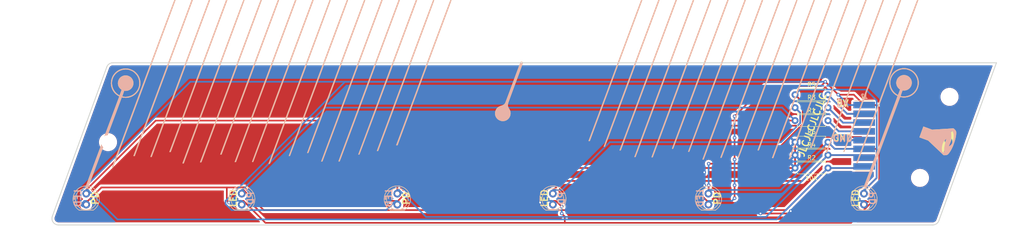
<source format=kicad_pcb>
(kicad_pcb (version 20171130) (host pcbnew "(5.1.10)-1")
  (layers (0 F.Cu signal) (31 B.Cu signal) (34 B.Paste user) (35 F.Paste user) (36 B.SilkS user) (37 F.SilkS user) (38 B.Mask user) (39 F.Mask user) (44 Edge.Cuts user))
  (net 0 "")
  (net 1 +5V)
  (net 2 GND)
  (net 3 "Net-(D1-Pad1)")
  (net 4 /A2)
  (net 5 "Net-(D3-Pad1)")
  (net 6 /A0)
  (net 7 /A10)
  (net 8 "Net-(D5-Pad1)")
  (net 9 /14)
  (net 10 /6)
  (net 11 /16)
  (module chunair_local:logo_small (layer B.Cu) (at 242 99 250)
    (fp_text reference G*** hide)
    (fp_text value LOGO hide)
  )
  (module chunair_local:logo_small (layer F.Cu) (at 242 99 70)
    (fp_text reference G*** hide)
    (fp_text value LOGO hide)
  )
  (module chunair_local:air_art_back (layer F.Cu) (at 142.98 89.47 70)
    (fp_text reference G*** hide)
    (fp_text value LOGO hide)
  )
  (module chunair_local:air_art (layer F.Cu) (at 142.98 89.47 70)
    (fp_text reference G*** hide)
    (fp_text value LOGO hide)
  )
  (module Resistor_THT:R_Axial_DIN0207_L6.3mm_D2.5mm_P7.62mm_Horizontal (layer F.Cu) (at 209 100)
    (fp_text reference R6 (at 3.81 -2.37) (layer F.SilkS))
    (fp_text value 10K)
    (pad 2 thru_hole oval (at 7.62 0) (size 1.6 1.6) (drill 0.8) (layers *.Cu *.Mask) (net 7 /A10))
    (pad 1 thru_hole circle (at 0 0) (size 1.6 1.6) (drill 0.8) (layers *.Cu *.Mask) (net 2 GND))
  )
  (module Resistor_THT:R_Axial_DIN0207_L6.3mm_D2.5mm_P7.62mm_Horizontal (layer F.Cu) (at 209 89)
    (fp_text reference R5 (at 3.81 -2.37) (layer F.SilkS))
    (fp_text value 150)
    (pad 2 thru_hole oval (at 7.62 0) (size 1.6 1.6) (drill 0.8) (layers *.Cu *.Mask) (net 10 /6))
    (pad 1 thru_hole circle (at 0 0) (size 1.6 1.6) (drill 0.8) (layers *.Cu *.Mask) (net 8 "Net-(D5-Pad1)"))
  )
  (module Resistor_THT:R_Axial_DIN0207_L6.3mm_D2.5mm_P7.62mm_Horizontal (layer F.Cu) (at 209 103)
    (fp_text reference R4 (at 3.81 -2.37) (layer F.SilkS))
    (fp_text value 10K)
    (pad 2 thru_hole oval (at 7.62 0) (size 1.6 1.6) (drill 0.8) (layers *.Cu *.Mask) (net 6 /A0))
    (pad 1 thru_hole circle (at 0 0) (size 1.6 1.6) (drill 0.8) (layers *.Cu *.Mask) (net 2 GND))
  )
  (module Resistor_THT:R_Axial_DIN0207_L6.3mm_D2.5mm_P7.62mm_Horizontal (layer F.Cu) (at 209 92)
    (fp_text reference R3 (at 3.81 -2.37) (layer F.SilkS))
    (fp_text value 150)
    (pad 2 thru_hole oval (at 7.62 0) (size 1.6 1.6) (drill 0.8) (layers *.Cu *.Mask) (net 11 /16))
    (pad 1 thru_hole circle (at 0 0) (size 1.6 1.6) (drill 0.8) (layers *.Cu *.Mask) (net 5 "Net-(D3-Pad1)"))
  )
  (module Resistor_THT:R_Axial_DIN0207_L6.3mm_D2.5mm_P7.62mm_Horizontal (layer F.Cu) (at 209 106)
    (fp_text reference R2 (at 3.81 -2.37) (layer F.SilkS))
    (fp_text value 10K (at 3.81 2.37) (layer F.SilkS))
    (pad 2 thru_hole oval (at 7.62 0) (size 1.6 1.6) (drill 0.8) (layers *.Cu *.Mask) (net 4 /A2))
    (pad 1 thru_hole circle (at 0 0) (size 1.6 1.6) (drill 0.8) (layers *.Cu *.Mask) (net 2 GND))
  )
  (module Resistor_THT:R_Axial_DIN0207_L6.3mm_D2.5mm_P7.62mm_Horizontal (layer F.Cu) (at 209 95)
    (fp_text reference R1 (at 3.81 -2.37) (layer F.SilkS))
    (fp_text value 150)
    (pad 2 thru_hole oval (at 7.62 0) (size 1.6 1.6) (drill 0.8) (layers *.Cu *.Mask) (net 9 /14))
    (pad 1 thru_hole circle (at 0 0) (size 1.6 1.6) (drill 0.8) (layers *.Cu *.Mask) (net 3 "Net-(D1-Pad1)"))
  )
  (module chunair_local:SMD_8Pin (layer B.Cu) (at 225 97.5 180)
    (fp_text reference J2 (at 0 8.128) (layer B.SilkS) (effects (justify mirror)))
    (fp_text value Conn_01x08_Male)
    (pad 8 smd rect (at 0 -8.128 180) (size 5 1.5) (layers B.Cu B.Paste B.Mask) (net 4 /A2))
    (pad 7 smd rect (at 0 -6.096 180) (size 5 1.5) (layers B.Cu B.Paste B.Mask) (net 6 /A0))
    (pad 4 smd rect (at 0 0 180) (size 5 1.5) (layers B.Cu B.Paste B.Mask) (net 9 /14))
    (pad 5 smd rect (at 0 -2.032 180) (size 5 1.5) (layers B.Cu B.Paste B.Mask) (net 2 GND))
    (pad 6 smd rect (at 0 -4.064 180) (size 5 1.5) (layers B.Cu B.Paste B.Mask) (net 7 /A10))
    (pad 2 smd rect (at 0 4.064 180) (size 5 1.5) (layers B.Cu B.Paste B.Mask) (net 10 /6))
    (pad 3 smd rect (at 0 2.032 180) (size 5 1.5) (layers B.Cu B.Paste B.Mask) (net 11 /16))
    (pad 1 smd rect (at 0 6.096 180) (size 5 1.5) (layers B.Cu B.Paste B.Mask) (net 1 +5V))
  )
  (module chunair_local:SMD_8Pin (layer F.Cu) (at 225 97.5)
    (fp_text reference J1 (at 0 -8.128) (layer F.SilkS))
    (fp_text value Conn_01x08_Male)
    (pad 8 smd rect (at 0 8.128) (size 5 1.5) (layers F.Cu F.Paste F.Mask) (net 4 /A2))
    (pad 7 smd rect (at 0 6.096) (size 5 1.5) (layers F.Cu F.Paste F.Mask) (net 6 /A0))
    (pad 4 smd rect (at 0 0) (size 5 1.5) (layers F.Cu F.Paste F.Mask) (net 9 /14))
    (pad 5 smd rect (at 0 2.032) (size 5 1.5) (layers F.Cu F.Paste F.Mask) (net 2 GND))
    (pad 6 smd rect (at 0 4.064) (size 5 1.5) (layers F.Cu F.Paste F.Mask) (net 7 /A10))
    (pad 2 smd rect (at 0 -4.064) (size 5 1.5) (layers F.Cu F.Paste F.Mask) (net 10 /6))
    (pad 3 smd rect (at 0 -2.032) (size 5 1.5) (layers F.Cu F.Paste F.Mask) (net 11 /16))
    (pad 1 smd rect (at 0 -6.096) (size 5 1.5) (layers F.Cu F.Paste F.Mask) (net 1 +5V))
  )
  (module chunair_local:LED_D5.0mm_FlatTop (layer F.Cu) (at 224.947583 114.469684 90)
    (fp_text reference D6)
    (fp_text value LED_Dual_ACAC)
    (pad 2 smd custom (at 0.7 0 90) (size 0.4 0.4) (layers F.Cu F.Mask) (net 1 +5V) (options (clearance outline) (anchor circle)) (primitives (gr_circle (center -0.7 0) (end 0 0) (width 0.4))))
    (pad 4 smd custom (at 0.7 0 90) (size 0.4 0.4) (layers B.Cu B.Mask) (net 2 GND) (options (clearance outline) (anchor circle)) (primitives (gr_circle (center -0.7 0) (end 0 0) (width 0.4))))
    (pad 1 smd custom (at 3.24 0 90) (size 0.4 0.4) (layers F.Cu F.Mask) (net 7 /A10) (options (clearance outline) (anchor circle)) (primitives (gr_circle (center -0.7 0) (end 0 0) (width 0.4))))
    (pad 3 smd custom (at 3.24 0 90) (size 0.4 0.4) (layers B.Cu B.Mask) (net 8 "Net-(D5-Pad1)") (options (clearance outline) (anchor circle)) (primitives (gr_circle (center -0.7 0) (end 0 0) (width 0.4))))
    (pad "" np_thru_hole circle (at 2.54 0 90) (size 0.9 0.9) (drill 0.9) (layers *.Cu *.Mask))
    (pad "" np_thru_hole circle (at 0 0 90) (size 0.9 0.9) (drill 0.9) (layers *.Cu *.Mask))
  )
  (module chunair_local:LED_D5.0mm_FlatTop (layer F.Cu) (at 188.947583 114.469684 90)
    (fp_text reference D5)
    (fp_text value LED_Dual_ACAC)
    (pad 2 smd custom (at 0.7 0 90) (size 0.4 0.4) (layers F.Cu F.Mask) (net 2 GND) (options (clearance outline) (anchor circle)) (primitives (gr_circle (center -0.7 0) (end 0 0) (width 0.4))))
    (pad 4 smd custom (at 0.7 0 90) (size 0.4 0.4) (layers B.Cu B.Mask) (net 1 +5V) (options (clearance outline) (anchor circle)) (primitives (gr_circle (center -0.7 0) (end 0 0) (width 0.4))))
    (pad 1 smd custom (at 3.24 0 90) (size 0.4 0.4) (layers F.Cu F.Mask) (net 8 "Net-(D5-Pad1)") (options (clearance outline) (anchor circle)) (primitives (gr_circle (center -0.7 0) (end 0 0) (width 0.4))))
    (pad 3 smd custom (at 3.24 0 90) (size 0.4 0.4) (layers B.Cu B.Mask) (net 7 /A10) (options (clearance outline) (anchor circle)) (primitives (gr_circle (center -0.7 0) (end 0 0) (width 0.4))))
    (pad "" np_thru_hole circle (at 2.54 0 90) (size 0.9 0.9) (drill 0.9) (layers *.Cu *.Mask))
    (pad "" np_thru_hole circle (at 0 0 90) (size 0.9 0.9) (drill 0.9) (layers *.Cu *.Mask))
  )
  (module chunair_local:LED_D5.0mm_FlatTop (layer F.Cu) (at 152.947583 114.469684 90)
    (fp_text reference D4)
    (fp_text value LED_Dual_ACAC)
    (pad 2 smd custom (at 0.7 0 90) (size 0.4 0.4) (layers F.Cu F.Mask) (net 1 +5V) (options (clearance outline) (anchor circle)) (primitives (gr_circle (center -0.7 0) (end 0 0) (width 0.4))))
    (pad 4 smd custom (at 0.7 0 90) (size 0.4 0.4) (layers B.Cu B.Mask) (net 2 GND) (options (clearance outline) (anchor circle)) (primitives (gr_circle (center -0.7 0) (end 0 0) (width 0.4))))
    (pad 1 smd custom (at 3.24 0 90) (size 0.4 0.4) (layers F.Cu F.Mask) (net 6 /A0) (options (clearance outline) (anchor circle)) (primitives (gr_circle (center -0.7 0) (end 0 0) (width 0.4))))
    (pad 3 smd custom (at 3.24 0 90) (size 0.4 0.4) (layers B.Cu B.Mask) (net 5 "Net-(D3-Pad1)") (options (clearance outline) (anchor circle)) (primitives (gr_circle (center -0.7 0) (end 0 0) (width 0.4))))
    (pad "" np_thru_hole circle (at 2.54 0 90) (size 0.9 0.9) (drill 0.9) (layers *.Cu *.Mask))
    (pad "" np_thru_hole circle (at 0 0 90) (size 0.9 0.9) (drill 0.9) (layers *.Cu *.Mask))
  )
  (module chunair_local:LED_D5.0mm_FlatTop (layer F.Cu) (at 116.947582 114.469684 90)
    (fp_text reference D3)
    (fp_text value LED_Dual_ACAC)
    (pad 2 smd custom (at 0.7 0 90) (size 0.4 0.4) (layers F.Cu F.Mask) (net 2 GND) (options (clearance outline) (anchor circle)) (primitives (gr_circle (center -0.7 0) (end 0 0) (width 0.4))))
    (pad 4 smd custom (at 0.7 0 90) (size 0.4 0.4) (layers B.Cu B.Mask) (net 1 +5V) (options (clearance outline) (anchor circle)) (primitives (gr_circle (center -0.7 0) (end 0 0) (width 0.4))))
    (pad 1 smd custom (at 3.24 0 90) (size 0.4 0.4) (layers F.Cu F.Mask) (net 5 "Net-(D3-Pad1)") (options (clearance outline) (anchor circle)) (primitives (gr_circle (center -0.7 0) (end 0 0) (width 0.4))))
    (pad 3 smd custom (at 3.24 0 90) (size 0.4 0.4) (layers B.Cu B.Mask) (net 6 /A0) (options (clearance outline) (anchor circle)) (primitives (gr_circle (center -0.7 0) (end 0 0) (width 0.4))))
    (pad "" np_thru_hole circle (at 2.54 0 90) (size 0.9 0.9) (drill 0.9) (layers *.Cu *.Mask))
    (pad "" np_thru_hole circle (at 0 0 90) (size 0.9 0.9) (drill 0.9) (layers *.Cu *.Mask))
  )
  (module chunair_local:LED_D5.0mm_FlatTop (layer F.Cu) (at 80.947583 114.469684 90)
    (fp_text reference D2)
    (fp_text value LED_Dual_ACAC)
    (pad 2 smd custom (at 0.7 0 90) (size 0.4 0.4) (layers F.Cu F.Mask) (net 1 +5V) (options (clearance outline) (anchor circle)) (primitives (gr_circle (center -0.7 0) (end 0 0) (width 0.4))))
    (pad 4 smd custom (at 0.7 0 90) (size 0.4 0.4) (layers B.Cu B.Mask) (net 2 GND) (options (clearance outline) (anchor circle)) (primitives (gr_circle (center -0.7 0) (end 0 0) (width 0.4))))
    (pad 1 smd custom (at 3.24 0 90) (size 0.4 0.4) (layers F.Cu F.Mask) (net 4 /A2) (options (clearance outline) (anchor circle)) (primitives (gr_circle (center -0.7 0) (end 0 0) (width 0.4))))
    (pad 3 smd custom (at 3.24 0 90) (size 0.4 0.4) (layers B.Cu B.Mask) (net 3 "Net-(D1-Pad1)") (options (clearance outline) (anchor circle)) (primitives (gr_circle (center -0.7 0) (end 0 0) (width 0.4))))
    (pad "" np_thru_hole circle (at 2.54 0 90) (size 0.9 0.9) (drill 0.9) (layers *.Cu *.Mask))
    (pad "" np_thru_hole circle (at 0 0 90) (size 0.9 0.9) (drill 0.9) (layers *.Cu *.Mask))
  )
  (module chunair_local:LED_D5.0mm_FlatTop (layer F.Cu) (at 44.947583 114.469684 90)
    (fp_text reference D1)
    (fp_text value LED_Dual_ACAC)
    (pad 2 smd custom (at 0.7 0 90) (size 0.4 0.4) (layers F.Cu F.Mask) (net 2 GND) (options (clearance outline) (anchor circle)) (primitives (gr_circle (center -0.7 0) (end 0 0) (width 0.4))))
    (pad 4 smd custom (at 0.7 0 90) (size 0.4 0.4) (layers B.Cu B.Mask) (net 1 +5V) (options (clearance outline) (anchor circle)) (primitives (gr_circle (center -0.7 0) (end 0 0) (width 0.4))))
    (pad 1 smd custom (at 3.24 0 90) (size 0.4 0.4) (layers F.Cu F.Mask) (net 3 "Net-(D1-Pad1)") (options (clearance outline) (anchor circle)) (primitives (gr_circle (center -0.7 0) (end 0 0) (width 0.4))))
    (pad 3 smd custom (at 3.24 0 90) (size 0.4 0.4) (layers B.Cu B.Mask) (net 4 /A2) (options (clearance outline) (anchor circle)) (primitives (gr_circle (center -0.7 0) (end 0 0) (width 0.4))))
    (pad "" np_thru_hole circle (at 2.54 0 90) (size 0.9 0.9) (drill 0.9) (layers *.Cu *.Mask))
    (pad "" np_thru_hole circle (at 0 0 90) (size 0.9 0.9) (drill 0.9) (layers *.Cu *.Mask))
  )
  (module MountingHole:MountingHole_3.2mm_M3 (layer F.Cu) (at 244.748423 89.497267)
    (fp_text reference H3)
    (fp_text value MountingHole)
    (pad 1 np_thru_hole circle (at 0 0) (size 3.2 3.2) (drill 3.2) (layers *.Cu *.Mask))
  )
  (module MountingHole:MountingHole_3.2mm_M3 (layer F.Cu) (at 237.90802 108.29112)
    (fp_text reference H2)
    (fp_text value MountingHole)
    (pad 1 np_thru_hole circle (at 0 0) (size 3.2 3.2) (drill 3.2) (layers *.Cu *.Mask))
  )
  (module MountingHole:MountingHole_3.2mm_M3 (layer F.Cu) (at 50 100)
    (fp_text reference H1)
    (fp_text value MountingHole)
    (pad 1 np_thru_hole circle (at 0 0) (size 3.2 3.2) (drill 3.2) (layers *.Cu *.Mask))
  )
  (gr_text JLCJLCJLCJLC (at 213 96 70) (layer F.SilkS) (effects (font (size 1.5 1.5) (thickness 0.3))))
  (gr_text GND (at 220 99 180) (layer B.SilkS) (effects (font (size 1.5 1.5) (thickness 0.3)) (justify mirror)))
  (gr_text 5V (at 220 91 180) (layer B.SilkS) (effects (font (size 1.5 1.5) (thickness 0.3)) (justify mirror)))
  (gr_text LED (at 223 113 90) (layer F.SilkS) (effects (font (size 1.5 1.5) (thickness 0.3))))
  (gr_text LED (at 151 113 90) (layer F.SilkS) (effects (font (size 1.5 1.5) (thickness 0.3))))
  (gr_text LED (at 79 113 90) (layer F.SilkS) (effects (font (size 1.5 1.5) (thickness 0.3))))
  (gr_text LED (at 43 113 90) (layer B.SilkS) (effects (font (size 1.5 1.5) (thickness 0.3)) (justify mirror)))
  (gr_text LED (at 115 113 90) (layer B.SilkS) (effects (font (size 1.5 1.5) (thickness 0.3)) (justify mirror)))
  (gr_text LED (at 187 113 90) (layer B.SilkS) (effects (font (size 1.5 1.5) (thickness 0.3)) (justify mirror)))
  (gr_text PD (at 47 113 90) (layer F.SilkS) (effects (font (size 1.5 1.5) (thickness 0.3))))
  (gr_text PD (at 119 113 90) (layer F.SilkS) (effects (font (size 1.5 1.5) (thickness 0.3))))
  (gr_text PD (at 191 113 90) (layer F.SilkS) (effects (font (size 1.5 1.5) (thickness 0.3))))
  (gr_text PD (at 83 113 90) (layer B.SilkS) (effects (font (size 1.5 1.5) (thickness 0.3)) (justify mirror)))
  (gr_text PD (at 155 113 90) (layer B.SilkS) (effects (font (size 1.5 1.5) (thickness 0.3)) (justify mirror)))
  (gr_text PD (at 227 113 90) (layer B.SilkS) (effects (font (size 1.5 1.5) (thickness 0.3)) (justify mirror)))
  (gr_text GND (at 220 99) (layer F.SilkS) (effects (font (size 1.5 1.5) (thickness 0.3))))
  (gr_text 5V (at 220 91) (layer F.SilkS) (effects (font (size 1.5 1.5) (thickness 0.3))))
  (gr_arc (start 38.520917 117.699684) (end 37.111378 117.186654) (angle -110) (layer Edge.Cuts) (width 0.2))
  (gr_line (start 255.608238 81.588704) (end 51.118284 81.588704) (layer Edge.Cuts) (width 0.2))
  (gr_line (start 242.278189 118.212714) (end 255.608238 81.588704) (layer Edge.Cuts) (width 0.2))
  (gr_line (start 240.86865 119.199684) (end 38.520917 119.199684) (layer Edge.Cuts) (width 0.2))
  (gr_line (start 49.708745 82.575673) (end 37.111378 117.186654) (layer Edge.Cuts) (width 0.2))
  (gr_arc (start 240.86865 117.699683) (end 240.86865 119.199684) (angle -70) (layer Edge.Cuts) (width 0.2))
  (gr_arc (start 51.118284 83.088704) (end 51.118284 81.588704) (angle -70) (layer Edge.Cuts) (width 0.2))
  (segment (start 228.47151 91.99451) (end 228.47151 112.189699) (width 0.381) (layer F.Cu) (net 1))
  (segment (start 227.881 91.404) (end 228.47151 91.99451) (width 0.381) (layer F.Cu) (net 1))
  (segment (start 225 91.404) (end 227.881 91.404) (width 0.381) (layer F.Cu) (net 1))
  (segment (start 81.351024 113.629183) (end 80.947583 113.629183) (width 0.381) (layer F.Cu) (net 1))
  (segment (start 86.431015 118.709174) (end 81.351024 113.629183) (width 0.381) (layer F.Cu) (net 1))
  (via (at 155 116.54636) (size 0.8) (drill 0.4) (layers F.Cu B.Cu) (net 1))
  (segment (start 155.709174 117.255534) (end 155 116.54636) (width 0.381) (layer F.Cu) (net 1))
  (segment (start 155.709174 118.709174) (end 155.709174 117.255534) (width 0.381) (layer F.Cu) (net 1))
  (segment (start 221.952035 118.709174) (end 155.709174 118.709174) (width 0.381) (layer F.Cu) (net 1))
  (segment (start 155.709174 118.709174) (end 86.431015 118.709174) (width 0.381) (layer F.Cu) (net 1))
  (via (at 155 114.96536) (size 0.8) (drill 0.4) (layers F.Cu B.Cu) (net 1))
  (segment (start 155 116.54636) (end 155 114.96536) (width 0.381) (layer B.Cu) (net 1))
  (segment (start 153.663823 113.629183) (end 152.947583 113.629183) (width 0.381) (layer F.Cu) (net 1))
  (segment (start 155 114.96536) (end 153.663823 113.629183) (width 0.381) (layer F.Cu) (net 1))
  (segment (start 225.351024 113.629183) (end 224.947583 113.629183) (width 0.381) (layer F.Cu) (net 1))
  (segment (start 225.552446 113.830605) (end 225.351024 113.629183) (width 0.381) (layer F.Cu) (net 1))
  (segment (start 226.830605 113.830605) (end 225.552446 113.830605) (width 0.381) (layer F.Cu) (net 1))
  (segment (start 228.47151 112.189699) (end 226.830605 113.830605) (width 0.381) (layer F.Cu) (net 1))
  (segment (start 226.830605 113.830605) (end 221.952035 118.709174) (width 0.381) (layer F.Cu) (net 1))
  (via (at 219 89) (size 0.8) (drill 0.4) (layers F.Cu B.Cu) (net 1))
  (segment (start 221.404 91.404) (end 219 89) (width 0.381) (layer B.Cu) (net 1))
  (segment (start 225 91.404) (end 221.404 91.404) (width 0.381) (layer B.Cu) (net 1))
  (via (at 216 86) (size 0.8) (drill 0.4) (layers F.Cu B.Cu) (net 1))
  (segment (start 219 89) (end 216 86) (width 0.381) (layer F.Cu) (net 1))
  (segment (start 44.544142 113.629183) (end 44.947583 113.629183) (width 0.381) (layer B.Cu) (net 1))
  (segment (start 44.107082 114.066243) (end 44.544142 113.629183) (width 0.381) (layer B.Cu) (net 1))
  (segment (start 44.107082 114.873125) (end 44.107082 114.066243) (width 0.381) (layer B.Cu) (net 1))
  (segment (start 43.661407 114.42745) (end 44.107082 114.873125) (width 0.381) (layer B.Cu) (net 1))
  (segment (start 43.661407 111.396931) (end 43.661407 114.42745) (width 0.381) (layer B.Cu) (net 1))
  (segment (start 69.058338 86) (end 43.661407 111.396931) (width 0.381) (layer B.Cu) (net 1))
  (segment (start 114.417464 115.75586) (end 116.544141 113.629183) (width 0.381) (layer B.Cu) (net 1))
  (segment (start 78.585918 115.75586) (end 114.417464 115.75586) (width 0.381) (layer B.Cu) (net 1))
  (segment (start 77.209499 113.620559) (end 77.209499 114.379441) (width 0.381) (layer B.Cu) (net 1))
  (segment (start 77.209499 114.379441) (end 78.585918 115.75586) (width 0.381) (layer B.Cu) (net 1))
  (segment (start 104.830058 86) (end 77.209499 113.620559) (width 0.381) (layer B.Cu) (net 1))
  (segment (start 119 86) (end 104.830058 86) (width 0.381) (layer B.Cu) (net 1))
  (segment (start 116.544141 113.629183) (end 116.947582 113.629183) (width 0.381) (layer B.Cu) (net 1))
  (segment (start 119 86) (end 69.058338 86) (width 0.381) (layer B.Cu) (net 1))
  (segment (start 216 86) (end 119 86) (width 0.381) (layer B.Cu) (net 1))
  (segment (start 216 86) (end 215 87) (width 0.381) (layer F.Cu) (net 1))
  (via (at 195 94) (size 0.8) (drill 0.4) (layers F.Cu B.Cu) (net 1))
  (segment (start 202 87) (end 195 94) (width 0.381) (layer F.Cu) (net 1))
  (segment (start 215 87) (end 202 87) (width 0.381) (layer F.Cu) (net 1))
  (via (at 195 99) (size 0.8) (drill 0.4) (layers F.Cu B.Cu) (net 1))
  (segment (start 195 94) (end 195 99) (width 0.381) (layer B.Cu) (net 1))
  (via (at 195 104) (size 0.8) (drill 0.4) (layers F.Cu B.Cu) (net 1))
  (segment (start 195 99) (end 195 104) (width 0.381) (layer F.Cu) (net 1))
  (via (at 195 110) (size 0.8) (drill 0.4) (layers F.Cu B.Cu) (net 1))
  (segment (start 195 104) (end 195 110) (width 0.381) (layer B.Cu) (net 1))
  (via (at 195 113) (size 0.8) (drill 0.4) (layers F.Cu B.Cu) (net 1))
  (segment (start 195 110) (end 195 113) (width 0.381) (layer F.Cu) (net 1))
  (segment (start 194.370817 113.629183) (end 188.947583 113.629183) (width 0.381) (layer B.Cu) (net 1))
  (segment (start 195 113) (end 194.370817 113.629183) (width 0.381) (layer B.Cu) (net 1))
  (segment (start 222.596 89) (end 225 91.404) (width 0.381) (layer F.Cu) (net 1))
  (segment (start 219 89) (end 222.596 89) (width 0.381) (layer F.Cu) (net 1))
  (segment (start 209 106) (end 209 103) (width 0.381) (layer F.Cu) (net 2))
  (segment (start 209 103) (end 209 100) (width 0.381) (layer F.Cu) (net 2))
  (segment (start 224.277499 98.809499) (end 225 99.532) (width 0.381) (layer F.Cu) (net 2))
  (segment (start 210.190501 98.809499) (end 224.277499 98.809499) (width 0.381) (layer F.Cu) (net 2))
  (segment (start 209 100) (end 210.190501 98.809499) (width 0.381) (layer F.Cu) (net 2))
  (segment (start 45.351024 113.629183) (end 44.947583 113.629183) (width 0.381) (layer F.Cu) (net 2))
  (segment (start 84.712696 113.629183) (end 81.591686 110.508173) (width 0.381) (layer F.Cu) (net 2))
  (segment (start 117.088083 113.629183) (end 84.712696 113.629183) (width 0.381) (layer F.Cu) (net 2))
  (segment (start 48.472034 110.508173) (end 45.351024 113.629183) (width 0.381) (layer F.Cu) (net 2))
  (segment (start 124.717266 106) (end 117.088083 113.629183) (width 0.381) (layer F.Cu) (net 2))
  (via (at 188 107) (size 0.8) (drill 0.4) (layers F.Cu B.Cu) (net 2))
  (segment (start 188 106) (end 188 107) (width 0.381) (layer F.Cu) (net 2))
  (segment (start 209 106) (end 188 106) (width 0.381) (layer F.Cu) (net 2))
  (via (at 188 110) (size 0.8) (drill 0.4) (layers F.Cu B.Cu) (net 2))
  (segment (start 188 107) (end 188 110) (width 0.381) (layer B.Cu) (net 2))
  (segment (start 188.629183 113.629183) (end 188.947583 113.629183) (width 0.381) (layer F.Cu) (net 2))
  (segment (start 187.600001 112.600001) (end 188.629183 113.629183) (width 0.381) (layer F.Cu) (net 2))
  (segment (start 187.600001 110.399999) (end 187.600001 112.600001) (width 0.381) (layer F.Cu) (net 2))
  (segment (start 188 110) (end 187.600001 110.399999) (width 0.381) (layer F.Cu) (net 2))
  (via (at 78 114) (size 0.8) (drill 0.4) (layers F.Cu B.Cu) (net 2))
  (segment (start 77.491827 110.508173) (end 77.491827 113.491827) (width 0.381) (layer F.Cu) (net 2))
  (segment (start 77.491827 113.491827) (end 78 114) (width 0.381) (layer F.Cu) (net 2))
  (segment (start 81.591686 110.508173) (end 77.491827 110.508173) (width 0.381) (layer F.Cu) (net 2))
  (segment (start 77.491827 110.508173) (end 48.472034 110.508173) (width 0.381) (layer F.Cu) (net 2))
  (segment (start 80.807082 113.629183) (end 80.947583 113.629183) (width 0.381) (layer B.Cu) (net 2))
  (segment (start 80.7779 113.600001) (end 80.807082 113.629183) (width 0.381) (layer B.Cu) (net 2))
  (segment (start 78.399999 113.600001) (end 80.7779 113.600001) (width 0.381) (layer B.Cu) (net 2))
  (segment (start 78 114) (end 78.399999 113.600001) (width 0.381) (layer B.Cu) (net 2))
  (via (at 150 114) (size 0.8) (drill 0.4) (layers F.Cu B.Cu) (net 2))
  (segment (start 149 113) (end 150 114) (width 0.381) (layer F.Cu) (net 2))
  (segment (start 149 106) (end 149 113) (width 0.381) (layer F.Cu) (net 2))
  (segment (start 188 106) (end 149 106) (width 0.381) (layer F.Cu) (net 2))
  (segment (start 149 106) (end 124.717266 106) (width 0.381) (layer F.Cu) (net 2))
  (segment (start 152.629183 113.629183) (end 152.947583 113.629183) (width 0.381) (layer B.Cu) (net 2))
  (segment (start 152.600001 113.600001) (end 152.629183 113.629183) (width 0.381) (layer B.Cu) (net 2))
  (segment (start 150.399999 113.600001) (end 152.600001 113.600001) (width 0.381) (layer B.Cu) (net 2))
  (segment (start 150 114) (end 150.399999 113.600001) (width 0.381) (layer B.Cu) (net 2))
  (via (at 201 116.546361) (size 0.8) (drill 0.4) (layers F.Cu B.Cu) (net 2))
  (segment (start 189.20533 116.546361) (end 201 116.546361) (width 0.381) (layer B.Cu) (net 2))
  (segment (start 187.600001 114.941032) (end 189.20533 116.546361) (width 0.381) (layer B.Cu) (net 2))
  (segment (start 187.600001 110.399999) (end 187.600001 114.941032) (width 0.381) (layer B.Cu) (net 2))
  (segment (start 188 110) (end 187.600001 110.399999) (width 0.381) (layer B.Cu) (net 2))
  (via (at 208 116) (size 0.8) (drill 0.4) (layers F.Cu B.Cu) (net 2))
  (segment (start 207.453639 116.546361) (end 208 116) (width 0.381) (layer F.Cu) (net 2))
  (segment (start 201 116.546361) (end 207.453639 116.546361) (width 0.381) (layer F.Cu) (net 2))
  (segment (start 210.370817 113.629183) (end 224.947583 113.629183) (width 0.381) (layer B.Cu) (net 2))
  (segment (start 208 116) (end 210.370817 113.629183) (width 0.381) (layer B.Cu) (net 2))
  (segment (start 61.036766 95) (end 44.947583 111.089183) (width 0.381) (layer F.Cu) (net 3))
  (segment (start 209 95) (end 61.036766 95) (width 0.381) (layer F.Cu) (net 3))
  (segment (start 81.088084 111.089183) (end 80.947583 111.089183) (width 0.381) (layer B.Cu) (net 3))
  (segment (start 100.177267 92) (end 81.088084 111.089183) (width 0.381) (layer B.Cu) (net 3))
  (segment (start 206 92) (end 100.177267 92) (width 0.381) (layer B.Cu) (net 3))
  (segment (start 209 95) (end 206 92) (width 0.381) (layer B.Cu) (net 3))
  (segment (start 224.628 106) (end 225 105.628) (width 0.381) (layer F.Cu) (net 4))
  (segment (start 216.62 106) (end 224.628 106) (width 0.381) (layer F.Cu) (net 4))
  (segment (start 224.628 106) (end 225 105.628) (width 0.381) (layer B.Cu) (net 4))
  (segment (start 216.62 106) (end 224.628 106) (width 0.381) (layer B.Cu) (net 4))
  (segment (start 81.351024 111.089183) (end 80.947583 111.089183) (width 0.381) (layer F.Cu) (net 4))
  (segment (start 86.017701 115.75586) (end 81.351024 111.089183) (width 0.381) (layer F.Cu) (net 4))
  (segment (start 206.86414 115.75586) (end 86.017701 115.75586) (width 0.381) (layer F.Cu) (net 4))
  (segment (start 216.62 106) (end 206.86414 115.75586) (width 0.381) (layer F.Cu) (net 4))
  (segment (start 45.351024 111.089183) (end 44.947583 111.089183) (width 0.381) (layer B.Cu) (net 4))
  (segment (start 52.179711 117.91787) (end 45.351024 111.089183) (width 0.381) (layer B.Cu) (net 4))
  (segment (start 204.70213 117.91787) (end 52.179711 117.91787) (width 0.381) (layer B.Cu) (net 4))
  (segment (start 216.62 106) (end 204.70213 117.91787) (width 0.381) (layer B.Cu) (net 4))
  (segment (start 209.571441 96.190501) (end 129.190501 96.190501) (width 0.381) (layer F.Cu) (net 5))
  (segment (start 210.190501 95.571441) (end 209.571441 96.190501) (width 0.381) (layer F.Cu) (net 5))
  (segment (start 210.190501 93.190501) (end 210.190501 95.571441) (width 0.381) (layer F.Cu) (net 5))
  (segment (start 209 92) (end 210.190501 93.190501) (width 0.381) (layer F.Cu) (net 5))
  (segment (start 116.947582 108.43342) (end 116.947582 111.089183) (width 0.381) (layer F.Cu) (net 5))
  (segment (start 129.190501 96.190501) (end 116.947582 108.43342) (width 0.381) (layer F.Cu) (net 5))
  (segment (start 210.190501 95.571441) (end 205.761942 100) (width 0.381) (layer B.Cu) (net 5))
  (segment (start 210.190501 93.190501) (end 210.190501 95.571441) (width 0.381) (layer B.Cu) (net 5))
  (segment (start 209 92) (end 210.190501 93.190501) (width 0.381) (layer B.Cu) (net 5))
  (segment (start 155.032026 111.089183) (end 152.947583 111.089183) (width 0.381) (layer B.Cu) (net 5))
  (segment (start 166.121209 100) (end 155.032026 111.089183) (width 0.381) (layer B.Cu) (net 5))
  (segment (start 205.761942 100) (end 166.121209 100) (width 0.381) (layer B.Cu) (net 5))
  (segment (start 224.404 103) (end 225 103.596) (width 0.381) (layer F.Cu) (net 6))
  (segment (start 216.62 103) (end 224.404 103) (width 0.381) (layer F.Cu) (net 6))
  (segment (start 224.404 103) (end 225 103.596) (width 0.381) (layer B.Cu) (net 6))
  (segment (start 216.62 103) (end 224.404 103) (width 0.381) (layer B.Cu) (net 6))
  (segment (start 216.62 103) (end 210.62 109) (width 0.381) (layer F.Cu) (net 6))
  (segment (start 153.088084 111.089183) (end 152.947583 111.089183) (width 0.381) (layer F.Cu) (net 6))
  (segment (start 155.177267 109) (end 153.088084 111.089183) (width 0.381) (layer F.Cu) (net 6))
  (segment (start 210.62 109) (end 155.177267 109) (width 0.381) (layer F.Cu) (net 6))
  (segment (start 117.351023 111.089183) (end 116.947582 111.089183) (width 0.381) (layer B.Cu) (net 6))
  (segment (start 123.598701 117.336861) (end 117.351023 111.089183) (width 0.381) (layer B.Cu) (net 6))
  (segment (start 202.283139 117.336861) (end 123.598701 117.336861) (width 0.381) (layer B.Cu) (net 6))
  (segment (start 216.62 103) (end 202.283139 117.336861) (width 0.381) (layer B.Cu) (net 6))
  (segment (start 218.184 101.564) (end 225 101.564) (width 0.381) (layer F.Cu) (net 7))
  (segment (start 216.62 100) (end 218.184 101.564) (width 0.381) (layer F.Cu) (net 7))
  (segment (start 225.088084 111.089183) (end 224.947583 111.089183) (width 0.381) (layer F.Cu) (net 7))
  (segment (start 227.890501 108.286766) (end 225.088084 111.089183) (width 0.381) (layer F.Cu) (net 7))
  (segment (start 227.890501 101.573501) (end 227.890501 108.286766) (width 0.381) (layer F.Cu) (net 7))
  (segment (start 227.881 101.564) (end 227.890501 101.573501) (width 0.381) (layer F.Cu) (net 7))
  (segment (start 225 101.564) (end 227.881 101.564) (width 0.381) (layer F.Cu) (net 7))
  (segment (start 218.184 101.564) (end 225 101.564) (width 0.381) (layer B.Cu) (net 7))
  (segment (start 216.62 100) (end 218.184 101.564) (width 0.381) (layer B.Cu) (net 7))
  (segment (start 205.672759 111.089183) (end 188.947583 111.089183) (width 0.381) (layer B.Cu) (net 7))
  (segment (start 215.429499 101.332443) (end 205.672759 111.089183) (width 0.381) (layer B.Cu) (net 7))
  (segment (start 215.429499 101.190501) (end 215.429499 101.332443) (width 0.381) (layer B.Cu) (net 7))
  (segment (start 216.62 100) (end 215.429499 101.190501) (width 0.381) (layer B.Cu) (net 7))
  (segment (start 225.088084 111.089183) (end 224.947583 111.089183) (width 0.381) (layer B.Cu) (net 8))
  (segment (start 227.890501 108.286766) (end 225.088084 111.089183) (width 0.381) (layer B.Cu) (net 8))
  (segment (start 227.890501 90.341599) (end 227.890501 108.286766) (width 0.381) (layer B.Cu) (net 8))
  (segment (start 225.358401 87.809499) (end 227.890501 90.341599) (width 0.381) (layer B.Cu) (net 8))
  (segment (start 210.190501 87.809499) (end 225.358401 87.809499) (width 0.381) (layer B.Cu) (net 8))
  (segment (start 209 89) (end 210.190501 87.809499) (width 0.381) (layer B.Cu) (net 8))
  (via (at 189 105) (size 0.8) (drill 0.4) (layers F.Cu B.Cu) (net 8))
  (segment (start 201.583614 105) (end 189 105) (width 0.381) (layer F.Cu) (net 8))
  (segment (start 210.77151 95.812104) (end 201.583614 105) (width 0.381) (layer F.Cu) (net 8))
  (segment (start 210.77151 90.77151) (end 210.77151 95.812104) (width 0.381) (layer F.Cu) (net 8))
  (segment (start 209 89) (end 210.77151 90.77151) (width 0.381) (layer F.Cu) (net 8))
  (via (at 189 110) (size 0.8) (drill 0.4) (layers F.Cu B.Cu) (net 8))
  (segment (start 189 105) (end 189 110) (width 0.381) (layer B.Cu) (net 8))
  (segment (start 189 111.036766) (end 188.947583 111.089183) (width 0.381) (layer F.Cu) (net 8))
  (segment (start 189 110) (end 189 111.036766) (width 0.381) (layer F.Cu) (net 8))
  (segment (start 219.12 97.5) (end 225 97.5) (width 0.381) (layer F.Cu) (net 9))
  (segment (start 216.62 95) (end 219.12 97.5) (width 0.381) (layer F.Cu) (net 9))
  (segment (start 219.12 97.5) (end 225 97.5) (width 0.381) (layer B.Cu) (net 9))
  (segment (start 216.62 95) (end 219.12 97.5) (width 0.381) (layer B.Cu) (net 9))
  (segment (start 221.056 93.436) (end 225 93.436) (width 0.381) (layer F.Cu) (net 10))
  (segment (start 216.62 89) (end 221.056 93.436) (width 0.381) (layer F.Cu) (net 10))
  (segment (start 221.056 93.436) (end 225 93.436) (width 0.381) (layer B.Cu) (net 10))
  (segment (start 216.62 89) (end 221.056 93.436) (width 0.381) (layer B.Cu) (net 10))
  (segment (start 220.088 95.468) (end 225 95.468) (width 0.381) (layer F.Cu) (net 11))
  (segment (start 216.62 92) (end 220.088 95.468) (width 0.381) (layer F.Cu) (net 11))
  (segment (start 220.088 95.468) (end 225 95.468) (width 0.381) (layer B.Cu) (net 11))
  (segment (start 216.62 92) (end 220.088 95.468) (width 0.381) (layer B.Cu) (net 11))
  (zone (net 2) (net_name GND) (layer B.Cu) (connect_pads (clearance 0.508)) (min_thickness 0.254) (fill yes (arc_segments 32) (thermal_gap 0.508) (thermal_bridge_width 0.508))
    (polygon (pts (xy 243 124) (xy 27 124) (xy 50 77) (xy 260 77)))
  )
  (zone (net 0) (net_name "") (layer F.Cu) (connect_pads (clearance 0.508)) (min_thickness 0.254) (fill yes (arc_segments 32) (thermal_gap 0.508) (thermal_bridge_width 0.508))
    (polygon (pts (xy 262 77) (xy 249 123) (xy 25 125) (xy 44 76)))
  )
)
</source>
